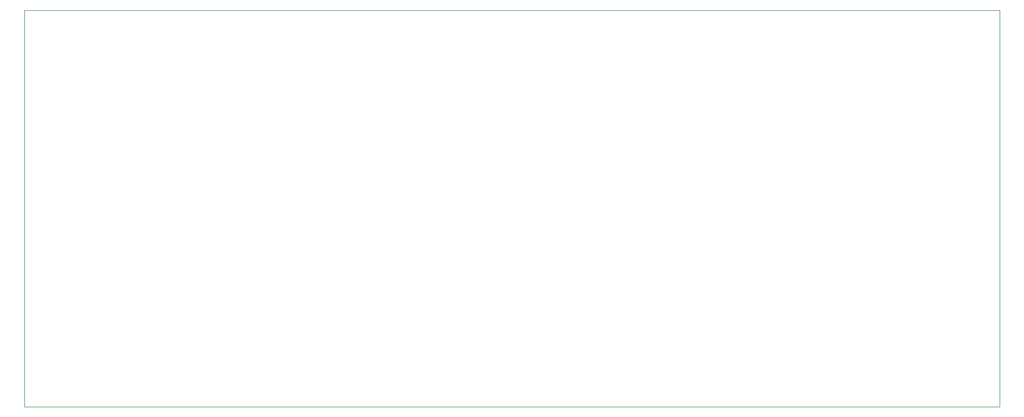
<source format=gbr>
%TF.GenerationSoftware,KiCad,Pcbnew,(5.1.9-0-10_14)*%
%TF.CreationDate,2021-04-19T21:01:21-04:00*%
%TF.ProjectId,MAR,4d41522e-6b69-4636-9164-5f7063625858,rev?*%
%TF.SameCoordinates,Original*%
%TF.FileFunction,Profile,NP*%
%FSLAX46Y46*%
G04 Gerber Fmt 4.6, Leading zero omitted, Abs format (unit mm)*
G04 Created by KiCad (PCBNEW (5.1.9-0-10_14)) date 2021-04-19 21:01:21*
%MOMM*%
%LPD*%
G01*
G04 APERTURE LIST*
%TA.AperFunction,Profile*%
%ADD10C,0.050000*%
%TD*%
G04 APERTURE END LIST*
D10*
X50800000Y-71247000D02*
X203263500Y-71247000D01*
X50800000Y-133350000D02*
X50800000Y-71247000D01*
X203263500Y-133350000D02*
X50800000Y-133350000D01*
X203263500Y-71247000D02*
X203263500Y-133350000D01*
M02*

</source>
